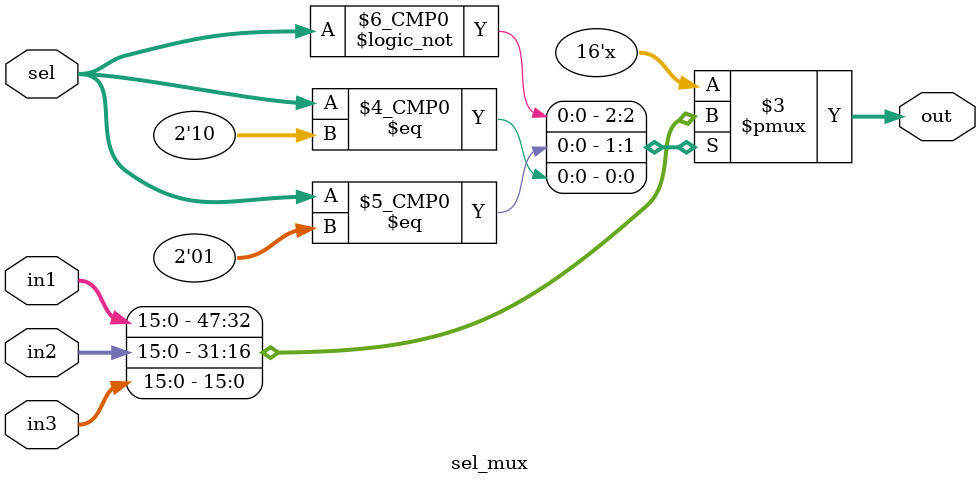
<source format=v>
module sel_mux(in1,in2,in3,sel,out);
  input [15:0] in1,in2,in3;
  input [1:0] sel;
  output reg [15:0] out;
 always @(*)
	begin
		case(sel)
			2'b00: out=in1;
			2'b01: out=in2;
			2'b10: out=in3;
			default: out=16'hx;
		endcase
	end
endmodule

</source>
